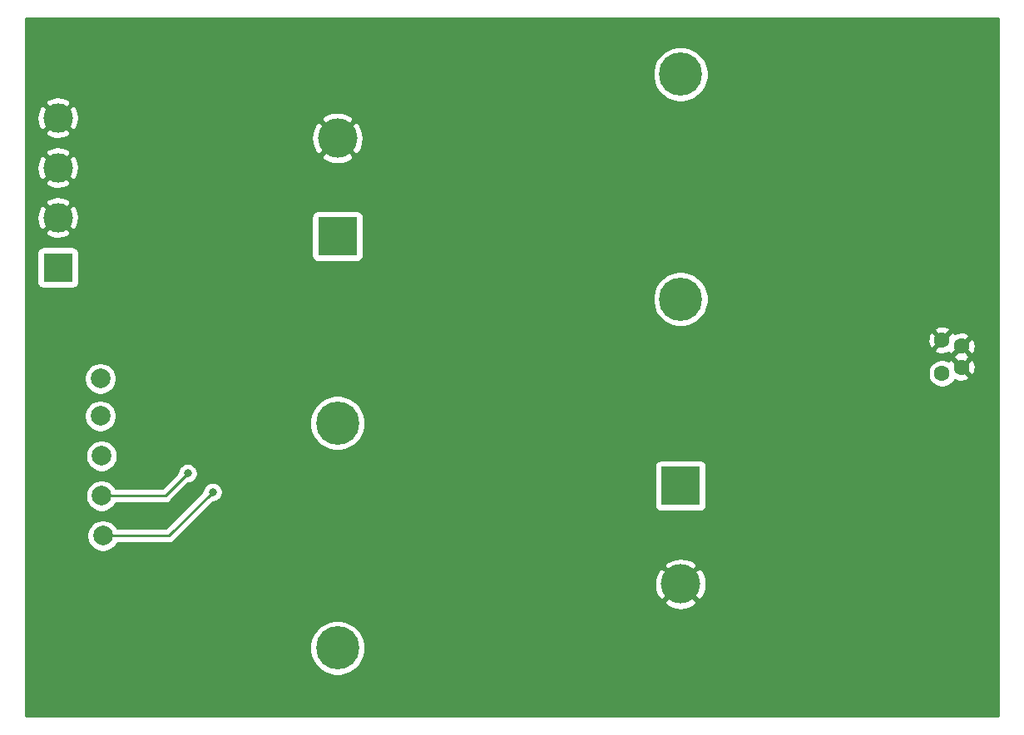
<source format=gbr>
%TF.GenerationSoftware,KiCad,Pcbnew,(5.1.6-0-10_14)*%
%TF.CreationDate,2021-05-07T14:06:44-07:00*%
%TF.ProjectId,LEDDriverFilter,4c454444-7269-4766-9572-46696c746572,rev?*%
%TF.SameCoordinates,Original*%
%TF.FileFunction,Copper,L2,Bot*%
%TF.FilePolarity,Positive*%
%FSLAX46Y46*%
G04 Gerber Fmt 4.6, Leading zero omitted, Abs format (unit mm)*
G04 Created by KiCad (PCBNEW (5.1.6-0-10_14)) date 2021-05-07 14:06:44*
%MOMM*%
%LPD*%
G01*
G04 APERTURE LIST*
%TA.AperFunction,ComponentPad*%
%ADD10C,4.000000*%
%TD*%
%TA.AperFunction,ComponentPad*%
%ADD11R,4.000000X4.000000*%
%TD*%
%TA.AperFunction,ComponentPad*%
%ADD12C,1.600000*%
%TD*%
%TA.AperFunction,ComponentPad*%
%ADD13C,2.000000*%
%TD*%
%TA.AperFunction,ComponentPad*%
%ADD14C,4.400000*%
%TD*%
%TA.AperFunction,ComponentPad*%
%ADD15C,3.000000*%
%TD*%
%TA.AperFunction,ComponentPad*%
%ADD16R,3.000000X3.000000*%
%TD*%
%TA.AperFunction,ViaPad*%
%ADD17C,0.800000*%
%TD*%
%TA.AperFunction,Conductor*%
%ADD18C,0.250000*%
%TD*%
%TA.AperFunction,Conductor*%
%ADD19C,0.254000*%
%TD*%
G04 APERTURE END LIST*
D10*
%TO.P,C1,2*%
%TO.N,GND*%
X113665000Y-89060000D03*
D11*
%TO.P,C1,1*%
%TO.N,/Vi1*%
X113665000Y-99060000D03*
%TD*%
D12*
%TO.P,U1,1*%
%TO.N,/Vout*%
X175215000Y-113020000D03*
%TO.P,U1,3*%
%TO.N,GND*%
X177165000Y-110245000D03*
%TO.P,U1,2*%
X177165000Y-112395000D03*
%TO.P,U1,4*%
X175215000Y-109620000D03*
%TD*%
D13*
%TO.P,TP1,1*%
%TO.N,/Vin*%
X89535000Y-113538000D03*
%TD*%
%TO.P,TP3,1*%
%TO.N,/Vi2*%
X89662000Y-121412000D03*
%TD*%
%TO.P,TP2,1*%
%TO.N,/Vi1*%
X89535000Y-117348000D03*
%TD*%
%TO.P,TP4,1*%
%TO.N,/Vi3*%
X89662000Y-125476000D03*
%TD*%
%TO.P,TP5,1*%
%TO.N,/Vout*%
X89789000Y-129540000D03*
%TD*%
D14*
%TO.P,L2,2*%
%TO.N,/Vi2*%
X148590000Y-105450000D03*
%TO.P,L2,1*%
%TO.N,/Vi3*%
X148590000Y-82550000D03*
%TD*%
%TO.P,L1,2*%
%TO.N,/Vi1*%
X113665000Y-118070000D03*
%TO.P,L1,1*%
%TO.N,/Vi2*%
X113665000Y-140970000D03*
%TD*%
D15*
%TO.P,J1,4*%
%TO.N,GND*%
X85217000Y-86995000D03*
D16*
%TO.P,J1,1*%
%TO.N,/Vin*%
X85217000Y-102235000D03*
D15*
%TO.P,J1,3*%
%TO.N,GND*%
X85217000Y-92075000D03*
%TO.P,J1,2*%
X85217000Y-97155000D03*
%TD*%
D10*
%TO.P,C2,2*%
%TO.N,GND*%
X148590000Y-134460000D03*
D11*
%TO.P,C2,1*%
%TO.N,/Vi2*%
X148590000Y-124460000D03*
%TD*%
D17*
%TO.N,/Vi3*%
X98425000Y-123190000D03*
%TO.N,/Vout*%
X100965000Y-125095000D03*
%TD*%
D18*
%TO.N,/Vi3*%
X89662000Y-125476000D02*
X96139000Y-125476000D01*
X96139000Y-125476000D02*
X98425000Y-123190000D01*
%TO.N,/Vout*%
X89789000Y-129540000D02*
X96520000Y-129540000D01*
X96520000Y-129540000D02*
X100965000Y-125095000D01*
%TD*%
D19*
%TO.N,GND*%
G36*
X180950001Y-147930000D02*
G01*
X81940000Y-147930000D01*
X81940000Y-140690777D01*
X110830000Y-140690777D01*
X110830000Y-141249223D01*
X110938948Y-141796939D01*
X111152656Y-142312876D01*
X111462912Y-142777207D01*
X111857793Y-143172088D01*
X112322124Y-143482344D01*
X112838061Y-143696052D01*
X113385777Y-143805000D01*
X113944223Y-143805000D01*
X114491939Y-143696052D01*
X115007876Y-143482344D01*
X115472207Y-143172088D01*
X115867088Y-142777207D01*
X116177344Y-142312876D01*
X116391052Y-141796939D01*
X116500000Y-141249223D01*
X116500000Y-140690777D01*
X116391052Y-140143061D01*
X116177344Y-139627124D01*
X115867088Y-139162793D01*
X115472207Y-138767912D01*
X115007876Y-138457656D01*
X114491939Y-138243948D01*
X113944223Y-138135000D01*
X113385777Y-138135000D01*
X112838061Y-138243948D01*
X112322124Y-138457656D01*
X111857793Y-138767912D01*
X111462912Y-139162793D01*
X111152656Y-139627124D01*
X110938948Y-140143061D01*
X110830000Y-140690777D01*
X81940000Y-140690777D01*
X81940000Y-136307499D01*
X146922106Y-136307499D01*
X147138228Y-136674258D01*
X147598105Y-136914938D01*
X148096098Y-137061275D01*
X148613071Y-137107648D01*
X149129159Y-137052273D01*
X149624526Y-136897279D01*
X150041772Y-136674258D01*
X150257894Y-136307499D01*
X148590000Y-134639605D01*
X146922106Y-136307499D01*
X81940000Y-136307499D01*
X81940000Y-134483071D01*
X145942352Y-134483071D01*
X145997727Y-134999159D01*
X146152721Y-135494526D01*
X146375742Y-135911772D01*
X146742501Y-136127894D01*
X148410395Y-134460000D01*
X148769605Y-134460000D01*
X150437499Y-136127894D01*
X150804258Y-135911772D01*
X151044938Y-135451895D01*
X151191275Y-134953902D01*
X151237648Y-134436929D01*
X151182273Y-133920841D01*
X151027279Y-133425474D01*
X150804258Y-133008228D01*
X150437499Y-132792106D01*
X148769605Y-134460000D01*
X148410395Y-134460000D01*
X146742501Y-132792106D01*
X146375742Y-133008228D01*
X146135062Y-133468105D01*
X145988725Y-133966098D01*
X145942352Y-134483071D01*
X81940000Y-134483071D01*
X81940000Y-132612501D01*
X146922106Y-132612501D01*
X148590000Y-134280395D01*
X150257894Y-132612501D01*
X150041772Y-132245742D01*
X149581895Y-132005062D01*
X149083902Y-131858725D01*
X148566929Y-131812352D01*
X148050841Y-131867727D01*
X147555474Y-132022721D01*
X147138228Y-132245742D01*
X146922106Y-132612501D01*
X81940000Y-132612501D01*
X81940000Y-129378967D01*
X88154000Y-129378967D01*
X88154000Y-129701033D01*
X88216832Y-130016912D01*
X88340082Y-130314463D01*
X88519013Y-130582252D01*
X88746748Y-130809987D01*
X89014537Y-130988918D01*
X89312088Y-131112168D01*
X89627967Y-131175000D01*
X89950033Y-131175000D01*
X90265912Y-131112168D01*
X90563463Y-130988918D01*
X90831252Y-130809987D01*
X91058987Y-130582252D01*
X91237918Y-130314463D01*
X91243909Y-130300000D01*
X96482678Y-130300000D01*
X96520000Y-130303676D01*
X96557322Y-130300000D01*
X96557333Y-130300000D01*
X96668986Y-130289003D01*
X96812247Y-130245546D01*
X96944276Y-130174974D01*
X97060001Y-130080001D01*
X97083804Y-130050997D01*
X101004802Y-126130000D01*
X101066939Y-126130000D01*
X101266898Y-126090226D01*
X101455256Y-126012205D01*
X101624774Y-125898937D01*
X101768937Y-125754774D01*
X101882205Y-125585256D01*
X101960226Y-125396898D01*
X102000000Y-125196939D01*
X102000000Y-124993061D01*
X101960226Y-124793102D01*
X101882205Y-124604744D01*
X101768937Y-124435226D01*
X101624774Y-124291063D01*
X101455256Y-124177795D01*
X101266898Y-124099774D01*
X101066939Y-124060000D01*
X100863061Y-124060000D01*
X100663102Y-124099774D01*
X100474744Y-124177795D01*
X100305226Y-124291063D01*
X100161063Y-124435226D01*
X100047795Y-124604744D01*
X99969774Y-124793102D01*
X99930000Y-124993061D01*
X99930000Y-125055198D01*
X96205199Y-128780000D01*
X91243909Y-128780000D01*
X91237918Y-128765537D01*
X91058987Y-128497748D01*
X90831252Y-128270013D01*
X90563463Y-128091082D01*
X90265912Y-127967832D01*
X89950033Y-127905000D01*
X89627967Y-127905000D01*
X89312088Y-127967832D01*
X89014537Y-128091082D01*
X88746748Y-128270013D01*
X88519013Y-128497748D01*
X88340082Y-128765537D01*
X88216832Y-129063088D01*
X88154000Y-129378967D01*
X81940000Y-129378967D01*
X81940000Y-125314967D01*
X88027000Y-125314967D01*
X88027000Y-125637033D01*
X88089832Y-125952912D01*
X88213082Y-126250463D01*
X88392013Y-126518252D01*
X88619748Y-126745987D01*
X88887537Y-126924918D01*
X89185088Y-127048168D01*
X89500967Y-127111000D01*
X89823033Y-127111000D01*
X90138912Y-127048168D01*
X90436463Y-126924918D01*
X90704252Y-126745987D01*
X90931987Y-126518252D01*
X91110918Y-126250463D01*
X91116909Y-126236000D01*
X96101678Y-126236000D01*
X96139000Y-126239676D01*
X96176322Y-126236000D01*
X96176333Y-126236000D01*
X96287986Y-126225003D01*
X96431247Y-126181546D01*
X96563276Y-126110974D01*
X96679001Y-126016001D01*
X96702804Y-125986997D01*
X98464802Y-124225000D01*
X98526939Y-124225000D01*
X98726898Y-124185226D01*
X98915256Y-124107205D01*
X99084774Y-123993937D01*
X99228937Y-123849774D01*
X99342205Y-123680256D01*
X99420226Y-123491898D01*
X99460000Y-123291939D01*
X99460000Y-123088061D01*
X99420226Y-122888102D01*
X99342205Y-122699744D01*
X99228937Y-122530226D01*
X99158711Y-122460000D01*
X145951928Y-122460000D01*
X145951928Y-126460000D01*
X145964188Y-126584482D01*
X146000498Y-126704180D01*
X146059463Y-126814494D01*
X146138815Y-126911185D01*
X146235506Y-126990537D01*
X146345820Y-127049502D01*
X146465518Y-127085812D01*
X146590000Y-127098072D01*
X150590000Y-127098072D01*
X150714482Y-127085812D01*
X150834180Y-127049502D01*
X150944494Y-126990537D01*
X151041185Y-126911185D01*
X151120537Y-126814494D01*
X151179502Y-126704180D01*
X151215812Y-126584482D01*
X151228072Y-126460000D01*
X151228072Y-122460000D01*
X151215812Y-122335518D01*
X151179502Y-122215820D01*
X151120537Y-122105506D01*
X151041185Y-122008815D01*
X150944494Y-121929463D01*
X150834180Y-121870498D01*
X150714482Y-121834188D01*
X150590000Y-121821928D01*
X146590000Y-121821928D01*
X146465518Y-121834188D01*
X146345820Y-121870498D01*
X146235506Y-121929463D01*
X146138815Y-122008815D01*
X146059463Y-122105506D01*
X146000498Y-122215820D01*
X145964188Y-122335518D01*
X145951928Y-122460000D01*
X99158711Y-122460000D01*
X99084774Y-122386063D01*
X98915256Y-122272795D01*
X98726898Y-122194774D01*
X98526939Y-122155000D01*
X98323061Y-122155000D01*
X98123102Y-122194774D01*
X97934744Y-122272795D01*
X97765226Y-122386063D01*
X97621063Y-122530226D01*
X97507795Y-122699744D01*
X97429774Y-122888102D01*
X97390000Y-123088061D01*
X97390000Y-123150198D01*
X95824199Y-124716000D01*
X91116909Y-124716000D01*
X91110918Y-124701537D01*
X90931987Y-124433748D01*
X90704252Y-124206013D01*
X90436463Y-124027082D01*
X90138912Y-123903832D01*
X89823033Y-123841000D01*
X89500967Y-123841000D01*
X89185088Y-123903832D01*
X88887537Y-124027082D01*
X88619748Y-124206013D01*
X88392013Y-124433748D01*
X88213082Y-124701537D01*
X88089832Y-124999088D01*
X88027000Y-125314967D01*
X81940000Y-125314967D01*
X81940000Y-121250967D01*
X88027000Y-121250967D01*
X88027000Y-121573033D01*
X88089832Y-121888912D01*
X88213082Y-122186463D01*
X88392013Y-122454252D01*
X88619748Y-122681987D01*
X88887537Y-122860918D01*
X89185088Y-122984168D01*
X89500967Y-123047000D01*
X89823033Y-123047000D01*
X90138912Y-122984168D01*
X90436463Y-122860918D01*
X90704252Y-122681987D01*
X90931987Y-122454252D01*
X91110918Y-122186463D01*
X91234168Y-121888912D01*
X91297000Y-121573033D01*
X91297000Y-121250967D01*
X91234168Y-120935088D01*
X91110918Y-120637537D01*
X90931987Y-120369748D01*
X90704252Y-120142013D01*
X90436463Y-119963082D01*
X90138912Y-119839832D01*
X89823033Y-119777000D01*
X89500967Y-119777000D01*
X89185088Y-119839832D01*
X88887537Y-119963082D01*
X88619748Y-120142013D01*
X88392013Y-120369748D01*
X88213082Y-120637537D01*
X88089832Y-120935088D01*
X88027000Y-121250967D01*
X81940000Y-121250967D01*
X81940000Y-117186967D01*
X87900000Y-117186967D01*
X87900000Y-117509033D01*
X87962832Y-117824912D01*
X88086082Y-118122463D01*
X88265013Y-118390252D01*
X88492748Y-118617987D01*
X88760537Y-118796918D01*
X89058088Y-118920168D01*
X89373967Y-118983000D01*
X89696033Y-118983000D01*
X90011912Y-118920168D01*
X90309463Y-118796918D01*
X90577252Y-118617987D01*
X90804987Y-118390252D01*
X90983918Y-118122463D01*
X91107168Y-117824912D01*
X91113957Y-117790777D01*
X110830000Y-117790777D01*
X110830000Y-118349223D01*
X110938948Y-118896939D01*
X111152656Y-119412876D01*
X111462912Y-119877207D01*
X111857793Y-120272088D01*
X112322124Y-120582344D01*
X112838061Y-120796052D01*
X113385777Y-120905000D01*
X113944223Y-120905000D01*
X114491939Y-120796052D01*
X115007876Y-120582344D01*
X115472207Y-120272088D01*
X115867088Y-119877207D01*
X116177344Y-119412876D01*
X116391052Y-118896939D01*
X116500000Y-118349223D01*
X116500000Y-117790777D01*
X116391052Y-117243061D01*
X116177344Y-116727124D01*
X115867088Y-116262793D01*
X115472207Y-115867912D01*
X115007876Y-115557656D01*
X114491939Y-115343948D01*
X113944223Y-115235000D01*
X113385777Y-115235000D01*
X112838061Y-115343948D01*
X112322124Y-115557656D01*
X111857793Y-115867912D01*
X111462912Y-116262793D01*
X111152656Y-116727124D01*
X110938948Y-117243061D01*
X110830000Y-117790777D01*
X91113957Y-117790777D01*
X91170000Y-117509033D01*
X91170000Y-117186967D01*
X91107168Y-116871088D01*
X90983918Y-116573537D01*
X90804987Y-116305748D01*
X90577252Y-116078013D01*
X90309463Y-115899082D01*
X90011912Y-115775832D01*
X89696033Y-115713000D01*
X89373967Y-115713000D01*
X89058088Y-115775832D01*
X88760537Y-115899082D01*
X88492748Y-116078013D01*
X88265013Y-116305748D01*
X88086082Y-116573537D01*
X87962832Y-116871088D01*
X87900000Y-117186967D01*
X81940000Y-117186967D01*
X81940000Y-113376967D01*
X87900000Y-113376967D01*
X87900000Y-113699033D01*
X87962832Y-114014912D01*
X88086082Y-114312463D01*
X88265013Y-114580252D01*
X88492748Y-114807987D01*
X88760537Y-114986918D01*
X89058088Y-115110168D01*
X89373967Y-115173000D01*
X89696033Y-115173000D01*
X90011912Y-115110168D01*
X90309463Y-114986918D01*
X90577252Y-114807987D01*
X90804987Y-114580252D01*
X90983918Y-114312463D01*
X91107168Y-114014912D01*
X91170000Y-113699033D01*
X91170000Y-113376967D01*
X91107168Y-113061088D01*
X91031606Y-112878665D01*
X173780000Y-112878665D01*
X173780000Y-113161335D01*
X173835147Y-113438574D01*
X173943320Y-113699727D01*
X174100363Y-113934759D01*
X174300241Y-114134637D01*
X174535273Y-114291680D01*
X174796426Y-114399853D01*
X175073665Y-114455000D01*
X175356335Y-114455000D01*
X175633574Y-114399853D01*
X175894727Y-114291680D01*
X176129759Y-114134637D01*
X176329637Y-113934759D01*
X176486680Y-113699727D01*
X176499894Y-113667825D01*
X176678996Y-113752571D01*
X176953184Y-113821300D01*
X177235512Y-113835217D01*
X177515130Y-113793787D01*
X177781292Y-113698603D01*
X177906514Y-113631671D01*
X177978097Y-113387702D01*
X177165000Y-112574605D01*
X177150858Y-112588748D01*
X176971253Y-112409143D01*
X176985395Y-112395000D01*
X177344605Y-112395000D01*
X178157702Y-113208097D01*
X178401671Y-113136514D01*
X178522571Y-112881004D01*
X178591300Y-112606816D01*
X178605217Y-112324488D01*
X178563787Y-112044870D01*
X178468603Y-111778708D01*
X178401671Y-111653486D01*
X178157702Y-111581903D01*
X177344605Y-112395000D01*
X176985395Y-112395000D01*
X176172298Y-111581903D01*
X175928329Y-111653486D01*
X175885303Y-111744417D01*
X175633574Y-111640147D01*
X175356335Y-111585000D01*
X175073665Y-111585000D01*
X174796426Y-111640147D01*
X174535273Y-111748320D01*
X174300241Y-111905363D01*
X174100363Y-112105241D01*
X173943320Y-112340273D01*
X173835147Y-112601426D01*
X173780000Y-112878665D01*
X91031606Y-112878665D01*
X90983918Y-112763537D01*
X90804987Y-112495748D01*
X90577252Y-112268013D01*
X90309463Y-112089082D01*
X90011912Y-111965832D01*
X89696033Y-111903000D01*
X89373967Y-111903000D01*
X89058088Y-111965832D01*
X88760537Y-112089082D01*
X88492748Y-112268013D01*
X88265013Y-112495748D01*
X88086082Y-112763537D01*
X87962832Y-113061088D01*
X87900000Y-113376967D01*
X81940000Y-113376967D01*
X81940000Y-111237702D01*
X176351903Y-111237702D01*
X176376050Y-111320000D01*
X176351903Y-111402298D01*
X176420251Y-111470646D01*
X176423486Y-111481671D01*
X176438273Y-111488668D01*
X177165000Y-112215395D01*
X177889779Y-111490616D01*
X177906514Y-111481671D01*
X177909749Y-111470646D01*
X177978097Y-111402298D01*
X177953950Y-111320000D01*
X177978097Y-111237702D01*
X177909749Y-111169354D01*
X177906514Y-111158329D01*
X177891727Y-111151332D01*
X177165000Y-110424605D01*
X176440221Y-111149384D01*
X176423486Y-111158329D01*
X176420251Y-111169354D01*
X176351903Y-111237702D01*
X81940000Y-111237702D01*
X81940000Y-110612702D01*
X174401903Y-110612702D01*
X174473486Y-110856671D01*
X174728996Y-110977571D01*
X175003184Y-111046300D01*
X175285512Y-111060217D01*
X175565130Y-111018787D01*
X175831292Y-110923603D01*
X175880612Y-110897241D01*
X175928329Y-110986514D01*
X176172298Y-111058097D01*
X176985395Y-110245000D01*
X177344605Y-110245000D01*
X178157702Y-111058097D01*
X178401671Y-110986514D01*
X178522571Y-110731004D01*
X178591300Y-110456816D01*
X178605217Y-110174488D01*
X178563787Y-109894870D01*
X178468603Y-109628708D01*
X178401671Y-109503486D01*
X178157702Y-109431903D01*
X177344605Y-110245000D01*
X176985395Y-110245000D01*
X176971253Y-110230858D01*
X177150858Y-110051253D01*
X177165000Y-110065395D01*
X177978097Y-109252298D01*
X177906514Y-109008329D01*
X177651004Y-108887429D01*
X177376816Y-108818700D01*
X177094488Y-108804783D01*
X176814870Y-108846213D01*
X176548708Y-108941397D01*
X176499388Y-108967759D01*
X176451671Y-108878486D01*
X176207702Y-108806903D01*
X175394605Y-109620000D01*
X175408748Y-109634143D01*
X175229143Y-109813748D01*
X175215000Y-109799605D01*
X174401903Y-110612702D01*
X81940000Y-110612702D01*
X81940000Y-109690512D01*
X173774783Y-109690512D01*
X173816213Y-109970130D01*
X173911397Y-110236292D01*
X173978329Y-110361514D01*
X174222298Y-110433097D01*
X175035395Y-109620000D01*
X174222298Y-108806903D01*
X173978329Y-108878486D01*
X173857429Y-109133996D01*
X173788700Y-109408184D01*
X173774783Y-109690512D01*
X81940000Y-109690512D01*
X81940000Y-108627298D01*
X174401903Y-108627298D01*
X175215000Y-109440395D01*
X176028097Y-108627298D01*
X175956514Y-108383329D01*
X175701004Y-108262429D01*
X175426816Y-108193700D01*
X175144488Y-108179783D01*
X174864870Y-108221213D01*
X174598708Y-108316397D01*
X174473486Y-108383329D01*
X174401903Y-108627298D01*
X81940000Y-108627298D01*
X81940000Y-105170777D01*
X145755000Y-105170777D01*
X145755000Y-105729223D01*
X145863948Y-106276939D01*
X146077656Y-106792876D01*
X146387912Y-107257207D01*
X146782793Y-107652088D01*
X147247124Y-107962344D01*
X147763061Y-108176052D01*
X148310777Y-108285000D01*
X148869223Y-108285000D01*
X149416939Y-108176052D01*
X149932876Y-107962344D01*
X150397207Y-107652088D01*
X150792088Y-107257207D01*
X151102344Y-106792876D01*
X151316052Y-106276939D01*
X151425000Y-105729223D01*
X151425000Y-105170777D01*
X151316052Y-104623061D01*
X151102344Y-104107124D01*
X150792088Y-103642793D01*
X150397207Y-103247912D01*
X149932876Y-102937656D01*
X149416939Y-102723948D01*
X148869223Y-102615000D01*
X148310777Y-102615000D01*
X147763061Y-102723948D01*
X147247124Y-102937656D01*
X146782793Y-103247912D01*
X146387912Y-103642793D01*
X146077656Y-104107124D01*
X145863948Y-104623061D01*
X145755000Y-105170777D01*
X81940000Y-105170777D01*
X81940000Y-100735000D01*
X83078928Y-100735000D01*
X83078928Y-103735000D01*
X83091188Y-103859482D01*
X83127498Y-103979180D01*
X83186463Y-104089494D01*
X83265815Y-104186185D01*
X83362506Y-104265537D01*
X83472820Y-104324502D01*
X83592518Y-104360812D01*
X83717000Y-104373072D01*
X86717000Y-104373072D01*
X86841482Y-104360812D01*
X86961180Y-104324502D01*
X87071494Y-104265537D01*
X87168185Y-104186185D01*
X87247537Y-104089494D01*
X87306502Y-103979180D01*
X87342812Y-103859482D01*
X87355072Y-103735000D01*
X87355072Y-100735000D01*
X87342812Y-100610518D01*
X87306502Y-100490820D01*
X87247537Y-100380506D01*
X87168185Y-100283815D01*
X87071494Y-100204463D01*
X86961180Y-100145498D01*
X86841482Y-100109188D01*
X86717000Y-100096928D01*
X83717000Y-100096928D01*
X83592518Y-100109188D01*
X83472820Y-100145498D01*
X83362506Y-100204463D01*
X83265815Y-100283815D01*
X83186463Y-100380506D01*
X83127498Y-100490820D01*
X83091188Y-100610518D01*
X83078928Y-100735000D01*
X81940000Y-100735000D01*
X81940000Y-98646653D01*
X83904952Y-98646653D01*
X84060962Y-98962214D01*
X84435745Y-99153020D01*
X84840551Y-99267044D01*
X85259824Y-99299902D01*
X85677451Y-99250334D01*
X86077383Y-99120243D01*
X86373038Y-98962214D01*
X86529048Y-98646653D01*
X85217000Y-97334605D01*
X83904952Y-98646653D01*
X81940000Y-98646653D01*
X81940000Y-97197824D01*
X83072098Y-97197824D01*
X83121666Y-97615451D01*
X83251757Y-98015383D01*
X83409786Y-98311038D01*
X83725347Y-98467048D01*
X85037395Y-97155000D01*
X85396605Y-97155000D01*
X86708653Y-98467048D01*
X87024214Y-98311038D01*
X87215020Y-97936255D01*
X87329044Y-97531449D01*
X87361902Y-97112176D01*
X87355710Y-97060000D01*
X111026928Y-97060000D01*
X111026928Y-101060000D01*
X111039188Y-101184482D01*
X111075498Y-101304180D01*
X111134463Y-101414494D01*
X111213815Y-101511185D01*
X111310506Y-101590537D01*
X111420820Y-101649502D01*
X111540518Y-101685812D01*
X111665000Y-101698072D01*
X115665000Y-101698072D01*
X115789482Y-101685812D01*
X115909180Y-101649502D01*
X116019494Y-101590537D01*
X116116185Y-101511185D01*
X116195537Y-101414494D01*
X116254502Y-101304180D01*
X116290812Y-101184482D01*
X116303072Y-101060000D01*
X116303072Y-97060000D01*
X116290812Y-96935518D01*
X116254502Y-96815820D01*
X116195537Y-96705506D01*
X116116185Y-96608815D01*
X116019494Y-96529463D01*
X115909180Y-96470498D01*
X115789482Y-96434188D01*
X115665000Y-96421928D01*
X111665000Y-96421928D01*
X111540518Y-96434188D01*
X111420820Y-96470498D01*
X111310506Y-96529463D01*
X111213815Y-96608815D01*
X111134463Y-96705506D01*
X111075498Y-96815820D01*
X111039188Y-96935518D01*
X111026928Y-97060000D01*
X87355710Y-97060000D01*
X87312334Y-96694549D01*
X87182243Y-96294617D01*
X87024214Y-95998962D01*
X86708653Y-95842952D01*
X85396605Y-97155000D01*
X85037395Y-97155000D01*
X83725347Y-95842952D01*
X83409786Y-95998962D01*
X83218980Y-96373745D01*
X83104956Y-96778551D01*
X83072098Y-97197824D01*
X81940000Y-97197824D01*
X81940000Y-95663347D01*
X83904952Y-95663347D01*
X85217000Y-96975395D01*
X86529048Y-95663347D01*
X86373038Y-95347786D01*
X85998255Y-95156980D01*
X85593449Y-95042956D01*
X85174176Y-95010098D01*
X84756549Y-95059666D01*
X84356617Y-95189757D01*
X84060962Y-95347786D01*
X83904952Y-95663347D01*
X81940000Y-95663347D01*
X81940000Y-93566653D01*
X83904952Y-93566653D01*
X84060962Y-93882214D01*
X84435745Y-94073020D01*
X84840551Y-94187044D01*
X85259824Y-94219902D01*
X85677451Y-94170334D01*
X86077383Y-94040243D01*
X86373038Y-93882214D01*
X86529048Y-93566653D01*
X85217000Y-92254605D01*
X83904952Y-93566653D01*
X81940000Y-93566653D01*
X81940000Y-92117824D01*
X83072098Y-92117824D01*
X83121666Y-92535451D01*
X83251757Y-92935383D01*
X83409786Y-93231038D01*
X83725347Y-93387048D01*
X85037395Y-92075000D01*
X85396605Y-92075000D01*
X86708653Y-93387048D01*
X87024214Y-93231038D01*
X87215020Y-92856255D01*
X87329044Y-92451449D01*
X87361902Y-92032176D01*
X87312334Y-91614549D01*
X87182243Y-91214617D01*
X87024214Y-90918962D01*
X87001028Y-90907499D01*
X111997106Y-90907499D01*
X112213228Y-91274258D01*
X112673105Y-91514938D01*
X113171098Y-91661275D01*
X113688071Y-91707648D01*
X114204159Y-91652273D01*
X114699526Y-91497279D01*
X115116772Y-91274258D01*
X115332894Y-90907499D01*
X113665000Y-89239605D01*
X111997106Y-90907499D01*
X87001028Y-90907499D01*
X86708653Y-90762952D01*
X85396605Y-92075000D01*
X85037395Y-92075000D01*
X83725347Y-90762952D01*
X83409786Y-90918962D01*
X83218980Y-91293745D01*
X83104956Y-91698551D01*
X83072098Y-92117824D01*
X81940000Y-92117824D01*
X81940000Y-90583347D01*
X83904952Y-90583347D01*
X85217000Y-91895395D01*
X86529048Y-90583347D01*
X86373038Y-90267786D01*
X85998255Y-90076980D01*
X85593449Y-89962956D01*
X85174176Y-89930098D01*
X84756549Y-89979666D01*
X84356617Y-90109757D01*
X84060962Y-90267786D01*
X83904952Y-90583347D01*
X81940000Y-90583347D01*
X81940000Y-88486653D01*
X83904952Y-88486653D01*
X84060962Y-88802214D01*
X84435745Y-88993020D01*
X84840551Y-89107044D01*
X85259824Y-89139902D01*
X85677451Y-89090334D01*
X85699779Y-89083071D01*
X111017352Y-89083071D01*
X111072727Y-89599159D01*
X111227721Y-90094526D01*
X111450742Y-90511772D01*
X111817501Y-90727894D01*
X113485395Y-89060000D01*
X113844605Y-89060000D01*
X115512499Y-90727894D01*
X115879258Y-90511772D01*
X116119938Y-90051895D01*
X116266275Y-89553902D01*
X116312648Y-89036929D01*
X116257273Y-88520841D01*
X116102279Y-88025474D01*
X115879258Y-87608228D01*
X115512499Y-87392106D01*
X113844605Y-89060000D01*
X113485395Y-89060000D01*
X111817501Y-87392106D01*
X111450742Y-87608228D01*
X111210062Y-88068105D01*
X111063725Y-88566098D01*
X111017352Y-89083071D01*
X85699779Y-89083071D01*
X86077383Y-88960243D01*
X86373038Y-88802214D01*
X86529048Y-88486653D01*
X85217000Y-87174605D01*
X83904952Y-88486653D01*
X81940000Y-88486653D01*
X81940000Y-87037824D01*
X83072098Y-87037824D01*
X83121666Y-87455451D01*
X83251757Y-87855383D01*
X83409786Y-88151038D01*
X83725347Y-88307048D01*
X85037395Y-86995000D01*
X85396605Y-86995000D01*
X86708653Y-88307048D01*
X87024214Y-88151038D01*
X87215020Y-87776255D01*
X87329044Y-87371449D01*
X87341500Y-87212501D01*
X111997106Y-87212501D01*
X113665000Y-88880395D01*
X115332894Y-87212501D01*
X115116772Y-86845742D01*
X114656895Y-86605062D01*
X114158902Y-86458725D01*
X113641929Y-86412352D01*
X113125841Y-86467727D01*
X112630474Y-86622721D01*
X112213228Y-86845742D01*
X111997106Y-87212501D01*
X87341500Y-87212501D01*
X87361902Y-86952176D01*
X87312334Y-86534549D01*
X87182243Y-86134617D01*
X87024214Y-85838962D01*
X86708653Y-85682952D01*
X85396605Y-86995000D01*
X85037395Y-86995000D01*
X83725347Y-85682952D01*
X83409786Y-85838962D01*
X83218980Y-86213745D01*
X83104956Y-86618551D01*
X83072098Y-87037824D01*
X81940000Y-87037824D01*
X81940000Y-85503347D01*
X83904952Y-85503347D01*
X85217000Y-86815395D01*
X86529048Y-85503347D01*
X86373038Y-85187786D01*
X85998255Y-84996980D01*
X85593449Y-84882956D01*
X85174176Y-84850098D01*
X84756549Y-84899666D01*
X84356617Y-85029757D01*
X84060962Y-85187786D01*
X83904952Y-85503347D01*
X81940000Y-85503347D01*
X81940000Y-82270777D01*
X145755000Y-82270777D01*
X145755000Y-82829223D01*
X145863948Y-83376939D01*
X146077656Y-83892876D01*
X146387912Y-84357207D01*
X146782793Y-84752088D01*
X147247124Y-85062344D01*
X147763061Y-85276052D01*
X148310777Y-85385000D01*
X148869223Y-85385000D01*
X149416939Y-85276052D01*
X149932876Y-85062344D01*
X150397207Y-84752088D01*
X150792088Y-84357207D01*
X151102344Y-83892876D01*
X151316052Y-83376939D01*
X151425000Y-82829223D01*
X151425000Y-82270777D01*
X151316052Y-81723061D01*
X151102344Y-81207124D01*
X150792088Y-80742793D01*
X150397207Y-80347912D01*
X149932876Y-80037656D01*
X149416939Y-79823948D01*
X148869223Y-79715000D01*
X148310777Y-79715000D01*
X147763061Y-79823948D01*
X147247124Y-80037656D01*
X146782793Y-80347912D01*
X146387912Y-80742793D01*
X146077656Y-81207124D01*
X145863948Y-81723061D01*
X145755000Y-82270777D01*
X81940000Y-82270777D01*
X81940000Y-76860000D01*
X180950000Y-76860000D01*
X180950001Y-147930000D01*
G37*
X180950001Y-147930000D02*
X81940000Y-147930000D01*
X81940000Y-140690777D01*
X110830000Y-140690777D01*
X110830000Y-141249223D01*
X110938948Y-141796939D01*
X111152656Y-142312876D01*
X111462912Y-142777207D01*
X111857793Y-143172088D01*
X112322124Y-143482344D01*
X112838061Y-143696052D01*
X113385777Y-143805000D01*
X113944223Y-143805000D01*
X114491939Y-143696052D01*
X115007876Y-143482344D01*
X115472207Y-143172088D01*
X115867088Y-142777207D01*
X116177344Y-142312876D01*
X116391052Y-141796939D01*
X116500000Y-141249223D01*
X116500000Y-140690777D01*
X116391052Y-140143061D01*
X116177344Y-139627124D01*
X115867088Y-139162793D01*
X115472207Y-138767912D01*
X115007876Y-138457656D01*
X114491939Y-138243948D01*
X113944223Y-138135000D01*
X113385777Y-138135000D01*
X112838061Y-138243948D01*
X112322124Y-138457656D01*
X111857793Y-138767912D01*
X111462912Y-139162793D01*
X111152656Y-139627124D01*
X110938948Y-140143061D01*
X110830000Y-140690777D01*
X81940000Y-140690777D01*
X81940000Y-136307499D01*
X146922106Y-136307499D01*
X147138228Y-136674258D01*
X147598105Y-136914938D01*
X148096098Y-137061275D01*
X148613071Y-137107648D01*
X149129159Y-137052273D01*
X149624526Y-136897279D01*
X150041772Y-136674258D01*
X150257894Y-136307499D01*
X148590000Y-134639605D01*
X146922106Y-136307499D01*
X81940000Y-136307499D01*
X81940000Y-134483071D01*
X145942352Y-134483071D01*
X145997727Y-134999159D01*
X146152721Y-135494526D01*
X146375742Y-135911772D01*
X146742501Y-136127894D01*
X148410395Y-134460000D01*
X148769605Y-134460000D01*
X150437499Y-136127894D01*
X150804258Y-135911772D01*
X151044938Y-135451895D01*
X151191275Y-134953902D01*
X151237648Y-134436929D01*
X151182273Y-133920841D01*
X151027279Y-133425474D01*
X150804258Y-133008228D01*
X150437499Y-132792106D01*
X148769605Y-134460000D01*
X148410395Y-134460000D01*
X146742501Y-132792106D01*
X146375742Y-133008228D01*
X146135062Y-133468105D01*
X145988725Y-133966098D01*
X145942352Y-134483071D01*
X81940000Y-134483071D01*
X81940000Y-132612501D01*
X146922106Y-132612501D01*
X148590000Y-134280395D01*
X150257894Y-132612501D01*
X150041772Y-132245742D01*
X149581895Y-132005062D01*
X149083902Y-131858725D01*
X148566929Y-131812352D01*
X148050841Y-131867727D01*
X147555474Y-132022721D01*
X147138228Y-132245742D01*
X146922106Y-132612501D01*
X81940000Y-132612501D01*
X81940000Y-129378967D01*
X88154000Y-129378967D01*
X88154000Y-129701033D01*
X88216832Y-130016912D01*
X88340082Y-130314463D01*
X88519013Y-130582252D01*
X88746748Y-130809987D01*
X89014537Y-130988918D01*
X89312088Y-131112168D01*
X89627967Y-131175000D01*
X89950033Y-131175000D01*
X90265912Y-131112168D01*
X90563463Y-130988918D01*
X90831252Y-130809987D01*
X91058987Y-130582252D01*
X91237918Y-130314463D01*
X91243909Y-130300000D01*
X96482678Y-130300000D01*
X96520000Y-130303676D01*
X96557322Y-130300000D01*
X96557333Y-130300000D01*
X96668986Y-130289003D01*
X96812247Y-130245546D01*
X96944276Y-130174974D01*
X97060001Y-130080001D01*
X97083804Y-130050997D01*
X101004802Y-126130000D01*
X101066939Y-126130000D01*
X101266898Y-126090226D01*
X101455256Y-126012205D01*
X101624774Y-125898937D01*
X101768937Y-125754774D01*
X101882205Y-125585256D01*
X101960226Y-125396898D01*
X102000000Y-125196939D01*
X102000000Y-124993061D01*
X101960226Y-124793102D01*
X101882205Y-124604744D01*
X101768937Y-124435226D01*
X101624774Y-124291063D01*
X101455256Y-124177795D01*
X101266898Y-124099774D01*
X101066939Y-124060000D01*
X100863061Y-124060000D01*
X100663102Y-124099774D01*
X100474744Y-124177795D01*
X100305226Y-124291063D01*
X100161063Y-124435226D01*
X100047795Y-124604744D01*
X99969774Y-124793102D01*
X99930000Y-124993061D01*
X99930000Y-125055198D01*
X96205199Y-128780000D01*
X91243909Y-128780000D01*
X91237918Y-128765537D01*
X91058987Y-128497748D01*
X90831252Y-128270013D01*
X90563463Y-128091082D01*
X90265912Y-127967832D01*
X89950033Y-127905000D01*
X89627967Y-127905000D01*
X89312088Y-127967832D01*
X89014537Y-128091082D01*
X88746748Y-128270013D01*
X88519013Y-128497748D01*
X88340082Y-128765537D01*
X88216832Y-129063088D01*
X88154000Y-129378967D01*
X81940000Y-129378967D01*
X81940000Y-125314967D01*
X88027000Y-125314967D01*
X88027000Y-125637033D01*
X88089832Y-125952912D01*
X88213082Y-126250463D01*
X88392013Y-126518252D01*
X88619748Y-126745987D01*
X88887537Y-126924918D01*
X89185088Y-127048168D01*
X89500967Y-127111000D01*
X89823033Y-127111000D01*
X90138912Y-127048168D01*
X90436463Y-126924918D01*
X90704252Y-126745987D01*
X90931987Y-126518252D01*
X91110918Y-126250463D01*
X91116909Y-126236000D01*
X96101678Y-126236000D01*
X96139000Y-126239676D01*
X96176322Y-126236000D01*
X96176333Y-126236000D01*
X96287986Y-126225003D01*
X96431247Y-126181546D01*
X96563276Y-126110974D01*
X96679001Y-126016001D01*
X96702804Y-125986997D01*
X98464802Y-124225000D01*
X98526939Y-124225000D01*
X98726898Y-124185226D01*
X98915256Y-124107205D01*
X99084774Y-123993937D01*
X99228937Y-123849774D01*
X99342205Y-123680256D01*
X99420226Y-123491898D01*
X99460000Y-123291939D01*
X99460000Y-123088061D01*
X99420226Y-122888102D01*
X99342205Y-122699744D01*
X99228937Y-122530226D01*
X99158711Y-122460000D01*
X145951928Y-122460000D01*
X145951928Y-126460000D01*
X145964188Y-126584482D01*
X146000498Y-126704180D01*
X146059463Y-126814494D01*
X146138815Y-126911185D01*
X146235506Y-126990537D01*
X146345820Y-127049502D01*
X146465518Y-127085812D01*
X146590000Y-127098072D01*
X150590000Y-127098072D01*
X150714482Y-127085812D01*
X150834180Y-127049502D01*
X150944494Y-126990537D01*
X151041185Y-126911185D01*
X151120537Y-126814494D01*
X151179502Y-126704180D01*
X151215812Y-126584482D01*
X151228072Y-126460000D01*
X151228072Y-122460000D01*
X151215812Y-122335518D01*
X151179502Y-122215820D01*
X151120537Y-122105506D01*
X151041185Y-122008815D01*
X150944494Y-121929463D01*
X150834180Y-121870498D01*
X150714482Y-121834188D01*
X150590000Y-121821928D01*
X146590000Y-121821928D01*
X146465518Y-121834188D01*
X146345820Y-121870498D01*
X146235506Y-121929463D01*
X146138815Y-122008815D01*
X146059463Y-122105506D01*
X146000498Y-122215820D01*
X145964188Y-122335518D01*
X145951928Y-122460000D01*
X99158711Y-122460000D01*
X99084774Y-122386063D01*
X98915256Y-122272795D01*
X98726898Y-122194774D01*
X98526939Y-122155000D01*
X98323061Y-122155000D01*
X98123102Y-122194774D01*
X97934744Y-122272795D01*
X97765226Y-122386063D01*
X97621063Y-122530226D01*
X97507795Y-122699744D01*
X97429774Y-122888102D01*
X97390000Y-123088061D01*
X97390000Y-123150198D01*
X95824199Y-124716000D01*
X91116909Y-124716000D01*
X91110918Y-124701537D01*
X90931987Y-124433748D01*
X90704252Y-124206013D01*
X90436463Y-124027082D01*
X90138912Y-123903832D01*
X89823033Y-123841000D01*
X89500967Y-123841000D01*
X89185088Y-123903832D01*
X88887537Y-124027082D01*
X88619748Y-124206013D01*
X88392013Y-124433748D01*
X88213082Y-124701537D01*
X88089832Y-124999088D01*
X88027000Y-125314967D01*
X81940000Y-125314967D01*
X81940000Y-121250967D01*
X88027000Y-121250967D01*
X88027000Y-121573033D01*
X88089832Y-121888912D01*
X88213082Y-122186463D01*
X88392013Y-122454252D01*
X88619748Y-122681987D01*
X88887537Y-122860918D01*
X89185088Y-122984168D01*
X89500967Y-123047000D01*
X89823033Y-123047000D01*
X90138912Y-122984168D01*
X90436463Y-122860918D01*
X90704252Y-122681987D01*
X90931987Y-122454252D01*
X91110918Y-122186463D01*
X91234168Y-121888912D01*
X91297000Y-121573033D01*
X91297000Y-121250967D01*
X91234168Y-120935088D01*
X91110918Y-120637537D01*
X90931987Y-120369748D01*
X90704252Y-120142013D01*
X90436463Y-119963082D01*
X90138912Y-119839832D01*
X89823033Y-119777000D01*
X89500967Y-119777000D01*
X89185088Y-119839832D01*
X88887537Y-119963082D01*
X88619748Y-120142013D01*
X88392013Y-120369748D01*
X88213082Y-120637537D01*
X88089832Y-120935088D01*
X88027000Y-121250967D01*
X81940000Y-121250967D01*
X81940000Y-117186967D01*
X87900000Y-117186967D01*
X87900000Y-117509033D01*
X87962832Y-117824912D01*
X88086082Y-118122463D01*
X88265013Y-118390252D01*
X88492748Y-118617987D01*
X88760537Y-118796918D01*
X89058088Y-118920168D01*
X89373967Y-118983000D01*
X89696033Y-118983000D01*
X90011912Y-118920168D01*
X90309463Y-118796918D01*
X90577252Y-118617987D01*
X90804987Y-118390252D01*
X90983918Y-118122463D01*
X91107168Y-117824912D01*
X91113957Y-117790777D01*
X110830000Y-117790777D01*
X110830000Y-118349223D01*
X110938948Y-118896939D01*
X111152656Y-119412876D01*
X111462912Y-119877207D01*
X111857793Y-120272088D01*
X112322124Y-120582344D01*
X112838061Y-120796052D01*
X113385777Y-120905000D01*
X113944223Y-120905000D01*
X114491939Y-120796052D01*
X115007876Y-120582344D01*
X115472207Y-120272088D01*
X115867088Y-119877207D01*
X116177344Y-119412876D01*
X116391052Y-118896939D01*
X116500000Y-118349223D01*
X116500000Y-117790777D01*
X116391052Y-117243061D01*
X116177344Y-116727124D01*
X115867088Y-116262793D01*
X115472207Y-115867912D01*
X115007876Y-115557656D01*
X114491939Y-115343948D01*
X113944223Y-115235000D01*
X113385777Y-115235000D01*
X112838061Y-115343948D01*
X112322124Y-115557656D01*
X111857793Y-115867912D01*
X111462912Y-116262793D01*
X111152656Y-116727124D01*
X110938948Y-117243061D01*
X110830000Y-117790777D01*
X91113957Y-117790777D01*
X91170000Y-117509033D01*
X91170000Y-117186967D01*
X91107168Y-116871088D01*
X90983918Y-116573537D01*
X90804987Y-116305748D01*
X90577252Y-116078013D01*
X90309463Y-115899082D01*
X90011912Y-115775832D01*
X89696033Y-115713000D01*
X89373967Y-115713000D01*
X89058088Y-115775832D01*
X88760537Y-115899082D01*
X88492748Y-116078013D01*
X88265013Y-116305748D01*
X88086082Y-116573537D01*
X87962832Y-116871088D01*
X87900000Y-117186967D01*
X81940000Y-117186967D01*
X81940000Y-113376967D01*
X87900000Y-113376967D01*
X87900000Y-113699033D01*
X87962832Y-114014912D01*
X88086082Y-114312463D01*
X88265013Y-114580252D01*
X88492748Y-114807987D01*
X88760537Y-114986918D01*
X89058088Y-115110168D01*
X89373967Y-115173000D01*
X89696033Y-115173000D01*
X90011912Y-115110168D01*
X90309463Y-114986918D01*
X90577252Y-114807987D01*
X90804987Y-114580252D01*
X90983918Y-114312463D01*
X91107168Y-114014912D01*
X91170000Y-113699033D01*
X91170000Y-113376967D01*
X91107168Y-113061088D01*
X91031606Y-112878665D01*
X173780000Y-112878665D01*
X173780000Y-113161335D01*
X173835147Y-113438574D01*
X173943320Y-113699727D01*
X174100363Y-113934759D01*
X174300241Y-114134637D01*
X174535273Y-114291680D01*
X174796426Y-114399853D01*
X175073665Y-114455000D01*
X175356335Y-114455000D01*
X175633574Y-114399853D01*
X175894727Y-114291680D01*
X176129759Y-114134637D01*
X176329637Y-113934759D01*
X176486680Y-113699727D01*
X176499894Y-113667825D01*
X176678996Y-113752571D01*
X176953184Y-113821300D01*
X177235512Y-113835217D01*
X177515130Y-113793787D01*
X177781292Y-113698603D01*
X177906514Y-113631671D01*
X177978097Y-113387702D01*
X177165000Y-112574605D01*
X177150858Y-112588748D01*
X176971253Y-112409143D01*
X176985395Y-112395000D01*
X177344605Y-112395000D01*
X178157702Y-113208097D01*
X178401671Y-113136514D01*
X178522571Y-112881004D01*
X178591300Y-112606816D01*
X178605217Y-112324488D01*
X178563787Y-112044870D01*
X178468603Y-111778708D01*
X178401671Y-111653486D01*
X178157702Y-111581903D01*
X177344605Y-112395000D01*
X176985395Y-112395000D01*
X176172298Y-111581903D01*
X175928329Y-111653486D01*
X175885303Y-111744417D01*
X175633574Y-111640147D01*
X175356335Y-111585000D01*
X175073665Y-111585000D01*
X174796426Y-111640147D01*
X174535273Y-111748320D01*
X174300241Y-111905363D01*
X174100363Y-112105241D01*
X173943320Y-112340273D01*
X173835147Y-112601426D01*
X173780000Y-112878665D01*
X91031606Y-112878665D01*
X90983918Y-112763537D01*
X90804987Y-112495748D01*
X90577252Y-112268013D01*
X90309463Y-112089082D01*
X90011912Y-111965832D01*
X89696033Y-111903000D01*
X89373967Y-111903000D01*
X89058088Y-111965832D01*
X88760537Y-112089082D01*
X88492748Y-112268013D01*
X88265013Y-112495748D01*
X88086082Y-112763537D01*
X87962832Y-113061088D01*
X87900000Y-113376967D01*
X81940000Y-113376967D01*
X81940000Y-111237702D01*
X176351903Y-111237702D01*
X176376050Y-111320000D01*
X176351903Y-111402298D01*
X176420251Y-111470646D01*
X176423486Y-111481671D01*
X176438273Y-111488668D01*
X177165000Y-112215395D01*
X177889779Y-111490616D01*
X177906514Y-111481671D01*
X177909749Y-111470646D01*
X177978097Y-111402298D01*
X177953950Y-111320000D01*
X177978097Y-111237702D01*
X177909749Y-111169354D01*
X177906514Y-111158329D01*
X177891727Y-111151332D01*
X177165000Y-110424605D01*
X176440221Y-111149384D01*
X176423486Y-111158329D01*
X176420251Y-111169354D01*
X176351903Y-111237702D01*
X81940000Y-111237702D01*
X81940000Y-110612702D01*
X174401903Y-110612702D01*
X174473486Y-110856671D01*
X174728996Y-110977571D01*
X175003184Y-111046300D01*
X175285512Y-111060217D01*
X175565130Y-111018787D01*
X175831292Y-110923603D01*
X175880612Y-110897241D01*
X175928329Y-110986514D01*
X176172298Y-111058097D01*
X176985395Y-110245000D01*
X177344605Y-110245000D01*
X178157702Y-111058097D01*
X178401671Y-110986514D01*
X178522571Y-110731004D01*
X178591300Y-110456816D01*
X178605217Y-110174488D01*
X178563787Y-109894870D01*
X178468603Y-109628708D01*
X178401671Y-109503486D01*
X178157702Y-109431903D01*
X177344605Y-110245000D01*
X176985395Y-110245000D01*
X176971253Y-110230858D01*
X177150858Y-110051253D01*
X177165000Y-110065395D01*
X177978097Y-109252298D01*
X177906514Y-109008329D01*
X177651004Y-108887429D01*
X177376816Y-108818700D01*
X177094488Y-108804783D01*
X176814870Y-108846213D01*
X176548708Y-108941397D01*
X176499388Y-108967759D01*
X176451671Y-108878486D01*
X176207702Y-108806903D01*
X175394605Y-109620000D01*
X175408748Y-109634143D01*
X175229143Y-109813748D01*
X175215000Y-109799605D01*
X174401903Y-110612702D01*
X81940000Y-110612702D01*
X81940000Y-109690512D01*
X173774783Y-109690512D01*
X173816213Y-109970130D01*
X173911397Y-110236292D01*
X173978329Y-110361514D01*
X174222298Y-110433097D01*
X175035395Y-109620000D01*
X174222298Y-108806903D01*
X173978329Y-108878486D01*
X173857429Y-109133996D01*
X173788700Y-109408184D01*
X173774783Y-109690512D01*
X81940000Y-109690512D01*
X81940000Y-108627298D01*
X174401903Y-108627298D01*
X175215000Y-109440395D01*
X176028097Y-108627298D01*
X175956514Y-108383329D01*
X175701004Y-108262429D01*
X175426816Y-108193700D01*
X175144488Y-108179783D01*
X174864870Y-108221213D01*
X174598708Y-108316397D01*
X174473486Y-108383329D01*
X174401903Y-108627298D01*
X81940000Y-108627298D01*
X81940000Y-105170777D01*
X145755000Y-105170777D01*
X145755000Y-105729223D01*
X145863948Y-106276939D01*
X146077656Y-106792876D01*
X146387912Y-107257207D01*
X146782793Y-107652088D01*
X147247124Y-107962344D01*
X147763061Y-108176052D01*
X148310777Y-108285000D01*
X148869223Y-108285000D01*
X149416939Y-108176052D01*
X149932876Y-107962344D01*
X150397207Y-107652088D01*
X150792088Y-107257207D01*
X151102344Y-106792876D01*
X151316052Y-106276939D01*
X151425000Y-105729223D01*
X151425000Y-105170777D01*
X151316052Y-104623061D01*
X151102344Y-104107124D01*
X150792088Y-103642793D01*
X150397207Y-103247912D01*
X149932876Y-102937656D01*
X149416939Y-102723948D01*
X148869223Y-102615000D01*
X148310777Y-102615000D01*
X147763061Y-102723948D01*
X147247124Y-102937656D01*
X146782793Y-103247912D01*
X146387912Y-103642793D01*
X146077656Y-104107124D01*
X145863948Y-104623061D01*
X145755000Y-105170777D01*
X81940000Y-105170777D01*
X81940000Y-100735000D01*
X83078928Y-100735000D01*
X83078928Y-103735000D01*
X83091188Y-103859482D01*
X83127498Y-103979180D01*
X83186463Y-104089494D01*
X83265815Y-104186185D01*
X83362506Y-104265537D01*
X83472820Y-104324502D01*
X83592518Y-104360812D01*
X83717000Y-104373072D01*
X86717000Y-104373072D01*
X86841482Y-104360812D01*
X86961180Y-104324502D01*
X87071494Y-104265537D01*
X87168185Y-104186185D01*
X87247537Y-104089494D01*
X87306502Y-103979180D01*
X87342812Y-103859482D01*
X87355072Y-103735000D01*
X87355072Y-100735000D01*
X87342812Y-100610518D01*
X87306502Y-100490820D01*
X87247537Y-100380506D01*
X87168185Y-100283815D01*
X87071494Y-100204463D01*
X86961180Y-100145498D01*
X86841482Y-100109188D01*
X86717000Y-100096928D01*
X83717000Y-100096928D01*
X83592518Y-100109188D01*
X83472820Y-100145498D01*
X83362506Y-100204463D01*
X83265815Y-100283815D01*
X83186463Y-100380506D01*
X83127498Y-100490820D01*
X83091188Y-100610518D01*
X83078928Y-100735000D01*
X81940000Y-100735000D01*
X81940000Y-98646653D01*
X83904952Y-98646653D01*
X84060962Y-98962214D01*
X84435745Y-99153020D01*
X84840551Y-99267044D01*
X85259824Y-99299902D01*
X85677451Y-99250334D01*
X86077383Y-99120243D01*
X86373038Y-98962214D01*
X86529048Y-98646653D01*
X85217000Y-97334605D01*
X83904952Y-98646653D01*
X81940000Y-98646653D01*
X81940000Y-97197824D01*
X83072098Y-97197824D01*
X83121666Y-97615451D01*
X83251757Y-98015383D01*
X83409786Y-98311038D01*
X83725347Y-98467048D01*
X85037395Y-97155000D01*
X85396605Y-97155000D01*
X86708653Y-98467048D01*
X87024214Y-98311038D01*
X87215020Y-97936255D01*
X87329044Y-97531449D01*
X87361902Y-97112176D01*
X87355710Y-97060000D01*
X111026928Y-97060000D01*
X111026928Y-101060000D01*
X111039188Y-101184482D01*
X111075498Y-101304180D01*
X111134463Y-101414494D01*
X111213815Y-101511185D01*
X111310506Y-101590537D01*
X111420820Y-101649502D01*
X111540518Y-101685812D01*
X111665000Y-101698072D01*
X115665000Y-101698072D01*
X115789482Y-101685812D01*
X115909180Y-101649502D01*
X116019494Y-101590537D01*
X116116185Y-101511185D01*
X116195537Y-101414494D01*
X116254502Y-101304180D01*
X116290812Y-101184482D01*
X116303072Y-101060000D01*
X116303072Y-97060000D01*
X116290812Y-96935518D01*
X116254502Y-96815820D01*
X116195537Y-96705506D01*
X116116185Y-96608815D01*
X116019494Y-96529463D01*
X115909180Y-96470498D01*
X115789482Y-96434188D01*
X115665000Y-96421928D01*
X111665000Y-96421928D01*
X111540518Y-96434188D01*
X111420820Y-96470498D01*
X111310506Y-96529463D01*
X111213815Y-96608815D01*
X111134463Y-96705506D01*
X111075498Y-96815820D01*
X111039188Y-96935518D01*
X111026928Y-97060000D01*
X87355710Y-97060000D01*
X87312334Y-96694549D01*
X87182243Y-96294617D01*
X87024214Y-95998962D01*
X86708653Y-95842952D01*
X85396605Y-97155000D01*
X85037395Y-97155000D01*
X83725347Y-95842952D01*
X83409786Y-95998962D01*
X83218980Y-96373745D01*
X83104956Y-96778551D01*
X83072098Y-97197824D01*
X81940000Y-97197824D01*
X81940000Y-95663347D01*
X83904952Y-95663347D01*
X85217000Y-96975395D01*
X86529048Y-95663347D01*
X86373038Y-95347786D01*
X85998255Y-95156980D01*
X85593449Y-95042956D01*
X85174176Y-95010098D01*
X84756549Y-95059666D01*
X84356617Y-95189757D01*
X84060962Y-95347786D01*
X83904952Y-95663347D01*
X81940000Y-95663347D01*
X81940000Y-93566653D01*
X83904952Y-93566653D01*
X84060962Y-93882214D01*
X84435745Y-94073020D01*
X84840551Y-94187044D01*
X85259824Y-94219902D01*
X85677451Y-94170334D01*
X86077383Y-94040243D01*
X86373038Y-93882214D01*
X86529048Y-93566653D01*
X85217000Y-92254605D01*
X83904952Y-93566653D01*
X81940000Y-93566653D01*
X81940000Y-92117824D01*
X83072098Y-92117824D01*
X83121666Y-92535451D01*
X83251757Y-92935383D01*
X83409786Y-93231038D01*
X83725347Y-93387048D01*
X85037395Y-92075000D01*
X85396605Y-92075000D01*
X86708653Y-93387048D01*
X87024214Y-93231038D01*
X87215020Y-92856255D01*
X87329044Y-92451449D01*
X87361902Y-92032176D01*
X87312334Y-91614549D01*
X87182243Y-91214617D01*
X87024214Y-90918962D01*
X87001028Y-90907499D01*
X111997106Y-90907499D01*
X112213228Y-91274258D01*
X112673105Y-91514938D01*
X113171098Y-91661275D01*
X113688071Y-91707648D01*
X114204159Y-91652273D01*
X114699526Y-91497279D01*
X115116772Y-91274258D01*
X115332894Y-90907499D01*
X113665000Y-89239605D01*
X111997106Y-90907499D01*
X87001028Y-90907499D01*
X86708653Y-90762952D01*
X85396605Y-92075000D01*
X85037395Y-92075000D01*
X83725347Y-90762952D01*
X83409786Y-90918962D01*
X83218980Y-91293745D01*
X83104956Y-91698551D01*
X83072098Y-92117824D01*
X81940000Y-92117824D01*
X81940000Y-90583347D01*
X83904952Y-90583347D01*
X85217000Y-91895395D01*
X86529048Y-90583347D01*
X86373038Y-90267786D01*
X85998255Y-90076980D01*
X85593449Y-89962956D01*
X85174176Y-89930098D01*
X84756549Y-89979666D01*
X84356617Y-90109757D01*
X84060962Y-90267786D01*
X83904952Y-90583347D01*
X81940000Y-90583347D01*
X81940000Y-88486653D01*
X83904952Y-88486653D01*
X84060962Y-88802214D01*
X84435745Y-88993020D01*
X84840551Y-89107044D01*
X85259824Y-89139902D01*
X85677451Y-89090334D01*
X85699779Y-89083071D01*
X111017352Y-89083071D01*
X111072727Y-89599159D01*
X111227721Y-90094526D01*
X111450742Y-90511772D01*
X111817501Y-90727894D01*
X113485395Y-89060000D01*
X113844605Y-89060000D01*
X115512499Y-90727894D01*
X115879258Y-90511772D01*
X116119938Y-90051895D01*
X116266275Y-89553902D01*
X116312648Y-89036929D01*
X116257273Y-88520841D01*
X116102279Y-88025474D01*
X115879258Y-87608228D01*
X115512499Y-87392106D01*
X113844605Y-89060000D01*
X113485395Y-89060000D01*
X111817501Y-87392106D01*
X111450742Y-87608228D01*
X111210062Y-88068105D01*
X111063725Y-88566098D01*
X111017352Y-89083071D01*
X85699779Y-89083071D01*
X86077383Y-88960243D01*
X86373038Y-88802214D01*
X86529048Y-88486653D01*
X85217000Y-87174605D01*
X83904952Y-88486653D01*
X81940000Y-88486653D01*
X81940000Y-87037824D01*
X83072098Y-87037824D01*
X83121666Y-87455451D01*
X83251757Y-87855383D01*
X83409786Y-88151038D01*
X83725347Y-88307048D01*
X85037395Y-86995000D01*
X85396605Y-86995000D01*
X86708653Y-88307048D01*
X87024214Y-88151038D01*
X87215020Y-87776255D01*
X87329044Y-87371449D01*
X87341500Y-87212501D01*
X111997106Y-87212501D01*
X113665000Y-88880395D01*
X115332894Y-87212501D01*
X115116772Y-86845742D01*
X114656895Y-86605062D01*
X114158902Y-86458725D01*
X113641929Y-86412352D01*
X113125841Y-86467727D01*
X112630474Y-86622721D01*
X112213228Y-86845742D01*
X111997106Y-87212501D01*
X87341500Y-87212501D01*
X87361902Y-86952176D01*
X87312334Y-86534549D01*
X87182243Y-86134617D01*
X87024214Y-85838962D01*
X86708653Y-85682952D01*
X85396605Y-86995000D01*
X85037395Y-86995000D01*
X83725347Y-85682952D01*
X83409786Y-85838962D01*
X83218980Y-86213745D01*
X83104956Y-86618551D01*
X83072098Y-87037824D01*
X81940000Y-87037824D01*
X81940000Y-85503347D01*
X83904952Y-85503347D01*
X85217000Y-86815395D01*
X86529048Y-85503347D01*
X86373038Y-85187786D01*
X85998255Y-84996980D01*
X85593449Y-84882956D01*
X85174176Y-84850098D01*
X84756549Y-84899666D01*
X84356617Y-85029757D01*
X84060962Y-85187786D01*
X83904952Y-85503347D01*
X81940000Y-85503347D01*
X81940000Y-82270777D01*
X145755000Y-82270777D01*
X145755000Y-82829223D01*
X145863948Y-83376939D01*
X146077656Y-83892876D01*
X146387912Y-84357207D01*
X146782793Y-84752088D01*
X147247124Y-85062344D01*
X147763061Y-85276052D01*
X148310777Y-85385000D01*
X148869223Y-85385000D01*
X149416939Y-85276052D01*
X149932876Y-85062344D01*
X150397207Y-84752088D01*
X150792088Y-84357207D01*
X151102344Y-83892876D01*
X151316052Y-83376939D01*
X151425000Y-82829223D01*
X151425000Y-82270777D01*
X151316052Y-81723061D01*
X151102344Y-81207124D01*
X150792088Y-80742793D01*
X150397207Y-80347912D01*
X149932876Y-80037656D01*
X149416939Y-79823948D01*
X148869223Y-79715000D01*
X148310777Y-79715000D01*
X147763061Y-79823948D01*
X147247124Y-80037656D01*
X146782793Y-80347912D01*
X146387912Y-80742793D01*
X146077656Y-81207124D01*
X145863948Y-81723061D01*
X145755000Y-82270777D01*
X81940000Y-82270777D01*
X81940000Y-76860000D01*
X180950000Y-76860000D01*
X180950001Y-147930000D01*
%TD*%
M02*

</source>
